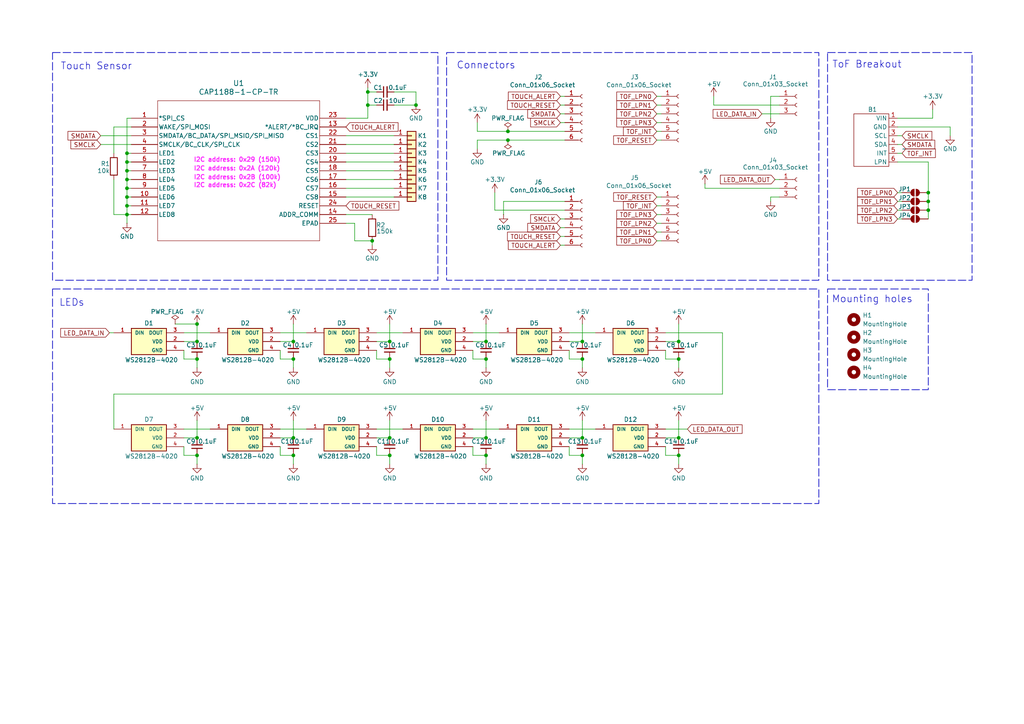
<source format=kicad_sch>
(kicad_sch (version 20250114) (generator "eeschema") (generator_version "9.0")
  (paper "A4")
  (rectangle (start 129.54 15.24) (end 237.49 81.28) (stroke (width 0.2032) (type dash)))
  (rectangle (start 15.24 15.24) (end 127 81.28) (stroke (width 0.2032) (type dash)))
  (rectangle (start 240.03 83.82) (end 269.24 113.03) (stroke (width 0.2032) (type dash)))
  (rectangle (start 240.03 15.24) (end 281.94 81.28) (stroke (width 0.2032) (type dash)))
  (rectangle (start 15.24 83.82) (end 237.49 146.05) (stroke (width 0.2032) (type dash)))
  (text "ToF Breakout" (at 251.46 18.796 0) (effects (font (size 2.032 2.032))))
  (text "I2C address: 0x2B (100k)" (at 56.134 51.562 0) (effects (font (size 1.27 1.27) (thickness 0.254) (bold yes)) (justify left)))
  (text "I2C address: 0x29 (150k)" (at 56.134 46.482 0) (effects (font (size 1.27 1.27) (thickness 0.254) (bold yes)) (justify left)))
  (text "LEDs" (at 20.828 87.884 0) (effects (font (size 2.032 2.032))))
  (text "Mounting holes" (at 252.984 86.868 0) (effects (font (size 2.032 2.032))))
  (text "Touch Sensor" (at 27.94 19.304 0) (effects (font (size 2.032 2.032))))
  (text "Connectors" (at 140.97 19.05 0) (effects (font (size 2.032 2.032))))
  (text "I2C address: 0x2C (82k)" (at 56.134 53.848 0) (effects (font (size 1.27 1.27) (thickness 0.254) (bold yes)) (justify left)))
  (text "I2C address: 0x2A (120k)" (at 56.134 49.022 0) (effects (font (size 1.27 1.27) (thickness 0.254) (bold yes)) (justify left)))
  (junction (at 140.97 104.14))
  (junction (at 196.85 104.14))
  (junction (at 57.15 132.08))
  (junction (at 113.03 99.06))
  (junction (at 36.83 44.45))
  (junction (at 85.09 99.06))
  (junction (at 57.15 104.14))
  (junction (at 196.85 127))
  (junction (at 113.03 127))
  (junction (at 140.97 99.06))
  (junction (at 106.68 30.48))
  (junction (at 269.24 58.42))
  (junction (at 36.83 57.15))
  (junction (at 57.15 99.06))
  (junction (at 107.95 69.85))
  (junction (at 196.85 132.08))
  (junction (at 113.03 104.14))
  (junction (at 85.09 127))
  (junction (at 147.32 40.64))
  (junction (at 147.32 38.1))
  (junction (at 36.83 49.53))
  (junction (at 85.09 132.08))
  (junction (at 36.83 46.99))
  (junction (at 120.65 30.48))
  (junction (at 85.09 104.14))
  (junction (at 269.24 60.96))
  (junction (at 57.15 127))
  (junction (at 36.83 54.61))
  (junction (at 168.91 132.08))
  (junction (at 36.83 59.69))
  (junction (at 196.85 99.06))
  (junction (at 140.97 127))
  (junction (at 140.97 132.08))
  (junction (at 57.15 93.98))
  (junction (at 168.91 127))
  (junction (at 36.83 52.07))
  (junction (at 168.91 104.14))
  (junction (at 36.83 62.23))
  (junction (at 106.68 26.67))
  (junction (at 269.24 55.88))
  (junction (at 113.03 132.08))
  (junction (at 168.91 99.06))
  (wire (pts (xy 193.04 99.06) (xy 196.85 99.06)))
  (wire (pts (xy 270.51 34.29) (xy 260.35 34.29)))
  (wire (pts (xy 223.52 34.29) (xy 223.52 27.94)))
  (wire (pts (xy 85.09 93.98) (xy 85.09 99.06)))
  (wire (pts (xy 100.33 46.99) (xy 114.3 46.99)))
  (wire (pts (xy 36.83 49.53) (xy 36.83 46.99)))
  (wire (pts (xy 193.04 96.52) (xy 209.55 96.52)))
  (wire (pts (xy 36.83 46.99) (xy 38.1 46.99)))
  (wire (pts (xy 137.16 124.46) (xy 144.78 124.46)))
  (wire (pts (xy 106.68 26.67) (xy 106.68 30.48)))
  (wire (pts (xy 85.09 132.08) (xy 85.09 134.62)))
  (wire (pts (xy 190.5 27.94) (xy 191.77 27.94)))
  (wire (pts (xy 33.02 36.83) (xy 33.02 44.45)))
  (wire (pts (xy 53.34 104.14) (xy 57.15 104.14)))
  (wire (pts (xy 100.33 49.53) (xy 114.3 49.53)))
  (wire (pts (xy 100.33 64.77) (xy 102.87 64.77)))
  (wire (pts (xy 109.22 104.14) (xy 113.03 104.14)))
  (wire (pts (xy 165.1 104.14) (xy 168.91 104.14)))
  (wire (pts (xy 196.85 93.98) (xy 196.85 99.06)))
  (wire (pts (xy 53.34 129.54) (xy 53.34 132.08)))
  (wire (pts (xy 36.83 49.53) (xy 38.1 49.53)))
  (wire (pts (xy 57.15 121.92) (xy 57.15 127)))
  (wire (pts (xy 53.34 99.06) (xy 57.15 99.06)))
  (wire (pts (xy 106.68 30.48) (xy 109.22 30.48)))
  (wire (pts (xy 109.22 129.54) (xy 109.22 132.08)))
  (wire (pts (xy 113.03 121.92) (xy 113.03 127)))
  (wire (pts (xy 260.35 39.37) (xy 261.62 39.37)))
  (wire (pts (xy 260.35 55.88) (xy 261.62 55.88)))
  (wire (pts (xy 36.83 57.15) (xy 36.83 54.61)))
  (wire (pts (xy 138.43 43.18) (xy 138.43 40.64)))
  (wire (pts (xy 36.83 34.29) (xy 38.1 34.29)))
  (wire (pts (xy 190.5 64.77) (xy 191.77 64.77)))
  (wire (pts (xy 106.68 25.4) (xy 106.68 26.67)))
  (wire (pts (xy 36.83 62.23) (xy 38.1 62.23)))
  (wire (pts (xy 162.56 63.5) (xy 163.83 63.5)))
  (wire (pts (xy 190.5 30.48) (xy 191.77 30.48)))
  (wire (pts (xy 190.5 62.23) (xy 191.77 62.23)))
  (wire (pts (xy 190.5 35.56) (xy 191.77 35.56)))
  (wire (pts (xy 165.1 127) (xy 168.91 127)))
  (wire (pts (xy 165.1 96.52) (xy 172.72 96.52)))
  (wire (pts (xy 190.5 67.31) (xy 191.77 67.31)))
  (wire (pts (xy 270.51 31.75) (xy 270.51 34.29)))
  (wire (pts (xy 138.43 35.56) (xy 138.43 38.1)))
  (wire (pts (xy 162.56 27.94) (xy 163.83 27.94)))
  (wire (pts (xy 140.97 104.14) (xy 140.97 106.68)))
  (wire (pts (xy 114.3 30.48) (xy 120.65 30.48)))
  (wire (pts (xy 209.55 96.52) (xy 209.55 114.3)))
  (wire (pts (xy 31.75 96.52) (xy 33.02 96.52)))
  (wire (pts (xy 81.28 96.52) (xy 88.9 96.52)))
  (wire (pts (xy 29.21 39.37) (xy 38.1 39.37)))
  (wire (pts (xy 81.28 99.06) (xy 85.09 99.06)))
  (wire (pts (xy 137.16 101.6) (xy 137.16 104.14)))
  (wire (pts (xy 162.56 35.56) (xy 163.83 35.56)))
  (wire (pts (xy 137.16 96.52) (xy 144.78 96.52)))
  (wire (pts (xy 223.52 27.94) (xy 226.06 27.94)))
  (wire (pts (xy 107.95 71.12) (xy 107.95 69.85)))
  (wire (pts (xy 138.43 38.1) (xy 147.32 38.1)))
  (wire (pts (xy 109.22 101.6) (xy 109.22 104.14)))
  (wire (pts (xy 140.97 121.92) (xy 140.97 127)))
  (wire (pts (xy 193.04 127) (xy 196.85 127)))
  (wire (pts (xy 143.51 60.96) (xy 163.83 60.96)))
  (wire (pts (xy 81.28 124.46) (xy 88.9 124.46)))
  (wire (pts (xy 190.5 38.1) (xy 191.77 38.1)))
  (wire (pts (xy 162.56 71.12) (xy 163.83 71.12)))
  (wire (pts (xy 33.02 52.07) (xy 33.02 62.23)))
  (wire (pts (xy 193.04 129.54) (xy 193.04 132.08)))
  (wire (pts (xy 113.03 104.14) (xy 113.03 106.68)))
  (wire (pts (xy 36.83 34.29) (xy 36.83 44.45)))
  (wire (pts (xy 143.51 55.88) (xy 143.51 60.96)))
  (wire (pts (xy 275.59 36.83) (xy 275.59 39.37)))
  (wire (pts (xy 260.35 60.96) (xy 261.62 60.96)))
  (wire (pts (xy 81.28 101.6) (xy 81.28 104.14)))
  (wire (pts (xy 53.34 96.52) (xy 60.96 96.52)))
  (wire (pts (xy 102.87 69.85) (xy 107.95 69.85)))
  (wire (pts (xy 204.47 54.61) (xy 204.47 53.34)))
  (wire (pts (xy 109.22 124.46) (xy 116.84 124.46)))
  (wire (pts (xy 147.32 38.1) (xy 163.83 38.1)))
  (wire (pts (xy 137.16 127) (xy 140.97 127)))
  (wire (pts (xy 36.83 57.15) (xy 38.1 57.15)))
  (wire (pts (xy 196.85 121.92) (xy 196.85 127)))
  (wire (pts (xy 207.01 30.48) (xy 226.06 30.48)))
  (wire (pts (xy 113.03 93.98) (xy 113.03 99.06)))
  (wire (pts (xy 114.3 26.67) (xy 120.65 26.67)))
  (wire (pts (xy 85.09 121.92) (xy 85.09 127)))
  (wire (pts (xy 106.68 26.67) (xy 109.22 26.67)))
  (wire (pts (xy 269.24 55.88) (xy 269.24 58.42)))
  (wire (pts (xy 193.04 124.46) (xy 199.39 124.46)))
  (wire (pts (xy 81.28 129.54) (xy 81.28 132.08)))
  (wire (pts (xy 193.04 101.6) (xy 193.04 104.14)))
  (wire (pts (xy 137.16 129.54) (xy 137.16 132.08)))
  (wire (pts (xy 36.83 54.61) (xy 36.83 52.07)))
  (wire (pts (xy 190.5 69.85) (xy 191.77 69.85)))
  (wire (pts (xy 165.1 132.08) (xy 168.91 132.08)))
  (wire (pts (xy 113.03 132.08) (xy 113.03 134.62)))
  (wire (pts (xy 36.83 59.69) (xy 36.83 57.15)))
  (wire (pts (xy 165.1 101.6) (xy 165.1 104.14)))
  (wire (pts (xy 100.33 54.61) (xy 114.3 54.61)))
  (wire (pts (xy 137.16 132.08) (xy 140.97 132.08)))
  (wire (pts (xy 168.91 104.14) (xy 168.91 106.68)))
  (wire (pts (xy 100.33 44.45) (xy 114.3 44.45)))
  (wire (pts (xy 190.5 33.02) (xy 191.77 33.02)))
  (wire (pts (xy 109.22 132.08) (xy 113.03 132.08)))
  (wire (pts (xy 165.1 99.06) (xy 168.91 99.06)))
  (wire (pts (xy 196.85 104.14) (xy 196.85 106.68)))
  (wire (pts (xy 207.01 27.94) (xy 207.01 30.48)))
  (wire (pts (xy 137.16 99.06) (xy 140.97 99.06)))
  (wire (pts (xy 209.55 114.3) (xy 33.02 114.3)))
  (wire (pts (xy 165.1 129.54) (xy 165.1 132.08)))
  (wire (pts (xy 269.24 58.42) (xy 269.24 60.96)))
  (wire (pts (xy 100.33 62.23) (xy 107.95 62.23)))
  (wire (pts (xy 53.34 124.46) (xy 60.96 124.46)))
  (wire (pts (xy 109.22 127) (xy 113.03 127)))
  (wire (pts (xy 36.83 52.07) (xy 38.1 52.07)))
  (wire (pts (xy 81.28 104.14) (xy 85.09 104.14)))
  (wire (pts (xy 260.35 46.99) (xy 269.24 46.99)))
  (wire (pts (xy 260.35 41.91) (xy 261.62 41.91)))
  (wire (pts (xy 269.24 46.99) (xy 269.24 55.88)))
  (wire (pts (xy 260.35 63.5) (xy 261.62 63.5)))
  (wire (pts (xy 162.56 30.48) (xy 163.83 30.48)))
  (wire (pts (xy 50.8 93.98) (xy 57.15 93.98)))
  (wire (pts (xy 138.43 40.64) (xy 147.32 40.64)))
  (wire (pts (xy 196.85 132.08) (xy 196.85 134.62)))
  (wire (pts (xy 106.68 30.48) (xy 106.68 34.29)))
  (wire (pts (xy 85.09 104.14) (xy 85.09 106.68)))
  (wire (pts (xy 100.33 41.91) (xy 114.3 41.91)))
  (wire (pts (xy 168.91 93.98) (xy 168.91 99.06)))
  (wire (pts (xy 81.28 132.08) (xy 85.09 132.08)))
  (wire (pts (xy 162.56 66.04) (xy 163.83 66.04)))
  (wire (pts (xy 168.91 121.92) (xy 168.91 127)))
  (wire (pts (xy 33.02 62.23) (xy 36.83 62.23)))
  (wire (pts (xy 260.35 36.83) (xy 275.59 36.83)))
  (wire (pts (xy 190.5 59.69) (xy 191.77 59.69)))
  (wire (pts (xy 36.83 46.99) (xy 36.83 44.45)))
  (wire (pts (xy 165.1 124.46) (xy 172.72 124.46)))
  (wire (pts (xy 100.33 39.37) (xy 114.3 39.37)))
  (wire (pts (xy 168.91 132.08) (xy 168.91 134.62)))
  (wire (pts (xy 36.83 62.23) (xy 36.83 59.69)))
  (wire (pts (xy 109.22 99.06) (xy 113.03 99.06)))
  (wire (pts (xy 190.5 40.64) (xy 191.77 40.64)))
  (wire (pts (xy 33.02 36.83) (xy 38.1 36.83)))
  (wire (pts (xy 193.04 132.08) (xy 196.85 132.08)))
  (wire (pts (xy 137.16 104.14) (xy 140.97 104.14)))
  (wire (pts (xy 57.15 104.14) (xy 57.15 106.68)))
  (wire (pts (xy 190.5 57.15) (xy 191.77 57.15)))
  (wire (pts (xy 36.83 52.07) (xy 36.83 49.53)))
  (wire (pts (xy 36.83 59.69) (xy 38.1 59.69)))
  (wire (pts (xy 260.35 58.42) (xy 261.62 58.42)))
  (wire (pts (xy 100.33 52.07) (xy 114.3 52.07)))
  (wire (pts (xy 36.83 64.77) (xy 36.83 62.23)))
  (wire (pts (xy 204.47 54.61) (xy 226.06 54.61)))
  (wire (pts (xy 193.04 104.14) (xy 196.85 104.14)))
  (wire (pts (xy 223.52 57.15) (xy 226.06 57.15)))
  (wire (pts (xy 162.56 68.58) (xy 163.83 68.58)))
  (wire (pts (xy 147.32 40.64) (xy 163.83 40.64)))
  (wire (pts (xy 33.02 114.3) (xy 33.02 124.46)))
  (wire (pts (xy 57.15 132.08) (xy 57.15 134.62)))
  (wire (pts (xy 81.28 127) (xy 85.09 127)))
  (wire (pts (xy 36.83 44.45) (xy 38.1 44.45)))
  (wire (pts (xy 146.05 58.42) (xy 163.83 58.42)))
  (wire (pts (xy 269.24 60.96) (xy 269.24 63.5)))
  (wire (pts (xy 140.97 93.98) (xy 140.97 99.06)))
  (wire (pts (xy 224.79 52.07) (xy 226.06 52.07)))
  (wire (pts (xy 57.15 93.98) (xy 57.15 99.06)))
  (wire (pts (xy 53.34 101.6) (xy 53.34 104.14)))
  (wire (pts (xy 220.98 33.02) (xy 226.06 33.02)))
  (wire (pts (xy 140.97 132.08) (xy 140.97 134.62)))
  (wire (pts (xy 146.05 62.23) (xy 146.05 58.42)))
  (wire (pts (xy 260.35 44.45) (xy 261.62 44.45)))
  (wire (pts (xy 102.87 64.77) (xy 102.87 69.85)))
  (wire (pts (xy 120.65 26.67) (xy 120.65 30.48)))
  (wire (pts (xy 100.33 34.29) (xy 106.68 34.29)))
  (wire (pts (xy 53.34 127) (xy 57.15 127)))
  (wire (pts (xy 36.83 54.61) (xy 38.1 54.61)))
  (wire (pts (xy 29.21 41.91) (xy 38.1 41.91)))
  (wire (pts (xy 223.52 58.42) (xy 223.52 57.15)))
  (wire (pts (xy 100.33 57.15) (xy 114.3 57.15)))
  (wire (pts (xy 53.34 132.08) (xy 57.15 132.08)))
  (wire (pts (xy 162.56 33.02) (xy 163.83 33.02)))
  (wire (pts (xy 109.22 96.52) (xy 116.84 96.52)))
  (global_label "TOUCH_RESET" (shape input) (at 100.33 59.69 0) (property "Intersheetrefs" "${INTERSHEET_REFS}" (effects (hide yes))))
  (global_label "TOF_LPN1" (shape input) (at 190.5 30.48 180) (property "Intersheetrefs" "${INTERSHEET_REFS}" (effects (hide yes))))
  (global_label "LED_DATA_OUT" (shape input) (at 199.39 124.46 0) (property "Intersheetrefs" "${INTERSHEET_REFS}" (effects (hide yes))))
  (global_label "LED_DATA_IN" (shape input) (at 31.75 96.52 180) (property "Intersheetrefs" "${INTERSHEET_REFS}" (effects (hide yes))))
  (global_label "LED_DATA_OUT" (shape input) (at 224.79 52.07 180) (property "Intersheetrefs" "${INTERSHEET_REFS}" (effects (hide yes))))
  (global_label "TOF_INT" (shape input) (at 190.5 59.69 180) (property "Intersheetrefs" "${INTERSHEET_REFS}" (effects (hide yes))))
  (global_label "TOF_LPN2" (shape input) (at 190.5 64.77 180) (property "Intersheetrefs" "${INTERSHEET_REFS}" (effects (hide yes))))
  (global_label "TOF_INT" (shape input) (at 190.5 38.1 180) (property "Intersheetrefs" "${INTERSHEET_REFS}" (effects (hide yes))))
  (global_label "SMDATA" (shape input) (at 29.21 39.37 180) (property "Intersheetrefs" "${INTERSHEET_REFS}" (effects (hide yes))))
  (global_label "TOF_LPN3" (shape input) (at 190.5 62.23 180) (property "Intersheetrefs" "${INTERSHEET_REFS}" (effects (hide yes))))
  (global_label "TOF_LPN1" (shape input) (at 260.35 58.42 180) (property "Intersheetrefs" "${INTERSHEET_REFS}" (effects (hide yes))))
  (global_label "TOF_RESET" (shape input) (at 190.5 57.15 180) (property "Intersheetrefs" "${INTERSHEET_REFS}" (effects (hide yes))))
  (global_label "TOF_LPN0" (shape input) (at 190.5 27.94 180) (property "Intersheetrefs" "${INTERSHEET_REFS}" (effects (hide yes))))
  (global_label "TOUCH_RESET" (shape input) (at 162.56 68.58 180) (property "Intersheetrefs" "${INTERSHEET_REFS}" (effects (hide yes))))
  (global_label "SMDATA" (shape input) (at 162.56 33.02 180) (property "Intersheetrefs" "${INTERSHEET_REFS}" (effects (hide yes))))
  (global_label "TOUCH_RESET" (shape input) (at 162.56 30.48 180) (property "Intersheetrefs" "${INTERSHEET_REFS}" (effects (hide yes))))
  (global_label "TOUCH_ALERT" (shape input) (at 162.56 27.94 180) (property "Intersheetrefs" "${INTERSHEET_REFS}" (effects (hide yes))))
  (global_label "SMCLK" (shape input) (at 162.56 35.56 180) (property "Intersheetrefs" "${INTERSHEET_REFS}" (effects (hide yes))))
  (global_label "SMCLK" (shape input) (at 261.62 39.37 0) (property "Intersheetrefs" "${INTERSHEET_REFS}" (effects (hide yes))))
  (global_label "TOF_LPN2" (shape input) (at 190.5 33.02 180) (property "Intersheetrefs" "${INTERSHEET_REFS}" (effects (hide yes))))
  (global_label "TOF_LPN3" (shape input) (at 190.5 35.56 180) (property "Intersheetrefs" "${INTERSHEET_REFS}" (effects (hide yes))))
  (global_label "SMCLK" (shape input) (at 29.21 41.91 180) (property "Intersheetrefs" "${INTERSHEET_REFS}" (effects (hide yes))))
  (global_label "TOUCH_ALERT" (shape input) (at 162.56 71.12 180) (property "Intersheetrefs" "${INTERSHEET_REFS}" (effects (hide yes))))
  (global_label "TOF_RESET" (shape input) (at 190.5 40.64 180) (property "Intersheetrefs" "${INTERSHEET_REFS}" (effects (hide yes))))
  (global_label "TOF_LPN2" (shape input) (at 260.35 60.96 180) (property "Intersheetrefs" "${INTERSHEET_REFS}" (effects (hide yes))))
  (global_label "SMDATA" (shape input) (at 261.62 41.91 0) (property "Intersheetrefs" "${INTERSHEET_REFS}" (effects (hide yes))))
  (global_label "TOF_LPN0" (shape input) (at 260.35 55.88 180) (property "Intersheetrefs" "${INTERSHEET_REFS}" (effects (hide yes))))
  (global_label "SMDATA" (shape input) (at 162.56 66.04 180) (property "Intersheetrefs" "${INTERSHEET_REFS}" (effects (hide yes))))
  (global_label "TOF_LPN0" (shape input) (at 190.5 69.85 180) (property "Intersheetrefs" "${INTERSHEET_REFS}" (effects (hide yes))))
  (global_label "TOF_LPN1" (shape input) (at 190.5 67.31 180) (property "Intersheetrefs" "${INTERSHEET_REFS}" (effects (hide yes))))
  (global_label "SMCLK" (shape input) (at 162.56 63.5 180) (property "Intersheetrefs" "${INTERSHEET_REFS}" (effects (hide yes))))
  (global_label "LED_DATA_IN" (shape input) (at 220.98 33.02 180) (property "Intersheetrefs" "${INTERSHEET_REFS}" (effects (hide yes))))
  (global_label "TOF_LPN3" (shape input) (at 260.35 63.5 180) (property "Intersheetrefs" "${INTERSHEET_REFS}" (effects (hide yes))))
  (global_label "TOUCH_ALERT" (shape input) (at 100.33 36.83 0) (property "Intersheetrefs" "${INTERSHEET_REFS}" (effects (hide yes))))
  (global_label "TOF_INT" (shape input) (at 261.62 44.45 0) (property "Intersheetrefs" "${INTERSHEET_REFS}" (effects (hide yes))))
  (symbol (lib_id "Device:C_Small") (at 85.09 129.54 180) (unit 1)
    (property "Reference" "C10" (at 83.312 128.016 0))
    (property "Value" "0.1uF" (at 88.138 128.016 0))
    (property "Footprint" "Capacitor_SMD:C_0805_2012Metric_Pad1.18x1.45mm_HandSolder" (effects (hide yes)))
    (property "Description" "Unpolarized capacitor, small symbol" (effects (hide yes)))
  )
  (symbol (lib_id "WS2812B-4020:WS2812B-4020") (at 185.42 102.87 0) (unit 1)
    (property "Reference" "D6" (at 182.88 93.726 0))
    (property "Value" "WS2812B-4020" (at 183.642 104.394 0))
    (property "Footprint" "WS2812B-4020:LED_WS2812B-4020" (effects (hide yes)))
    (property "MF" "Worldsemi" (effects (hide yes)))
    (property "MAXIMUM_PACKAGE_HEIGHT" "2.05 mm" (effects (hide yes)))
    (property "Package" "Package" (effects (hide yes)))
    (property "Price" "None" (effects (hide yes)))
    (property "Check_prices" "https://www.snapeda.com/parts/WS2812B-4020/Worldsemi/view-part/?ref=eda" (effects (hide yes)))
    (property "STANDARD" "Manufacturer Recommendations" (effects (hide yes)))
    (property "PARTREV" "V1.2" (effects (hide yes)))
    (property "SnapEDA_Link" "https://www.snapeda.com/parts/WS2812B-4020/Worldsemi/view-part/?ref=snap" (effects (hide yes)))
    (property "MP" "WS2812B-4020" (effects (hide yes)))
    (property "Description_1" "\n                        \n                            12mA RGB SMD,2x4mm Light Emitting Diodes\n                        \n" (effects (hide yes)))
    (property "MANUFACTURER" "Worldsemi" (effects (hide yes)))
    (property "Availability" "Not in stock" (effects (hide yes)))
    (property "SNAPEDA_PN" "WS2812B-4020" (effects (hide yes)))
  )
  (symbol (lib_id "Jumper:SolderJumper_2_Open") (at 265.43 60.96 0) (unit 1) (in_bom no)
    (property "Reference" "JP3" (at 262.382 59.944 0))
    (property "Value" "SolderJumper_2_Open" (effects (hide yes)))
    (property "Footprint" "Jumper:SolderJumper-2_P1.3mm_Open_RoundedPad1.0x1.5mm" (effects (hide yes)))
    (property "Description" "Solder Jumper, 2-pole, open" (effects (hide yes)))
  )
  (symbol (lib_id "power:GND") (at 57.15 106.68 0) (unit 1)
    (property "Reference" "#PWR021" (effects (hide yes)))
    (property "Value" "GND" (at 57.15 110.744 0))
    (property "Description" "Power symbol creates a global label with name \"GND\" , ground" (effects (hide yes)))
  )
  (symbol (lib_id "power:GND") (at 275.59 39.37 0) (unit 1)
    (property "Reference" "#PWR07" (effects (hide yes)))
    (property "Value" "GND" (at 275.59 43.18 0))
    (property "Description" "Power symbol creates a global label with name \"GND\" , ground" (effects (hide yes)))
  )
  (symbol (lib_id "power:GND") (at 223.52 58.42 0) (mirror y) (unit 1)
    (property "Reference" "#PWR011" (effects (hide yes)))
    (property "Value" "GND" (at 223.52 62.23 0))
    (property "Description" "Power symbol creates a global label with name \"GND\" , ground" (effects (hide yes)))
  )
  (symbol (lib_id "Device:C_Small") (at 57.15 101.6 180) (unit 1)
    (property "Reference" "C3" (at 55.372 100.076 0))
    (property "Value" "0.1uF" (at 60.198 100.076 0))
    (property "Footprint" "Capacitor_SMD:C_0805_2012Metric_Pad1.18x1.45mm_HandSolder" (effects (hide yes)))
    (property "Description" "Unpolarized capacitor, small symbol" (effects (hide yes)))
  )
  (symbol (lib_id "Device:C_Small") (at 113.03 129.54 180) (unit 1)
    (property "Reference" "C11" (at 111.252 128.016 0))
    (property "Value" "0.1uF" (at 116.078 128.016 0))
    (property "Footprint" "Capacitor_SMD:C_0805_2012Metric_Pad1.18x1.45mm_HandSolder" (effects (hide yes)))
    (property "Description" "Unpolarized capacitor, small symbol" (effects (hide yes)))
  )
  (symbol (lib_id "power:+5V") (at 168.91 121.92 0) (unit 1)
    (property "Reference" "#PWR031" (effects (hide yes)))
    (property "Value" "+5V" (at 168.91 118.364 0))
    (property "Description" "Power symbol creates a global label with name \"+5V\"" (effects (hide yes)))
  )
  (symbol (lib_id "power:+3.3V") (at 106.68 25.4 0) (unit 1)
    (property "Reference" "#PWR01" (effects (hide yes)))
    (property "Value" "+3.3V" (at 106.68 21.59 0))
    (property "Description" "Power symbol creates a global label with name \"+3.3V\"" (effects (hide yes)))
  )
  (symbol (lib_id "Jumper:SolderJumper_2_Open") (at 265.43 55.88 0) (unit 1) (in_bom no)
    (property "Reference" "JP1" (at 262.382 54.864 0))
    (property "Value" "SolderJumper_2_Open" (effects (hide yes)))
    (property "Footprint" "Jumper:SolderJumper-2_P1.3mm_Open_RoundedPad1.0x1.5mm" (effects (hide yes)))
    (property "Description" "Solder Jumper, 2-pole, open" (effects (hide yes)))
  )
  (symbol (lib_id "power:GND") (at 196.85 134.62 0) (unit 1)
    (property "Reference" "#PWR038" (effects (hide yes)))
    (property "Value" "GND" (at 196.85 138.684 0))
    (property "Description" "Power symbol creates a global label with name \"GND\" , ground" (effects (hide yes)))
  )
  (symbol (lib_id "Connector_Generic:Conn_01x01") (at 119.38 49.53 0) (unit 1)
    (property "Reference" "K5" (at 121.158 49.53 0) (effects (justify left)))
    (property "Value" "Conn_01x01" (effects (hide yes)))
    (property "Footprint" "TouchKey:TouchKey_Standard" (effects (hide yes)))
    (property "Description" "Generic connector, single row, 01x01, script generated (kicad-library-utils/schlib/autogen/connector/)" (effects (hide yes)))
  )
  (symbol (lib_id "power:+5V") (at 57.15 121.92 0) (unit 1)
    (property "Reference" "#PWR027" (effects (hide yes)))
    (property "Value" "+5V" (at 57.15 118.364 0))
    (property "Description" "Power symbol creates a global label with name \"+5V\"" (effects (hide yes)))
  )
  (symbol (lib_id "Device:C_Small") (at 113.03 101.6 180) (unit 1)
    (property "Reference" "C5" (at 111.252 100.076 0))
    (property "Value" "0.1uF" (at 116.078 100.076 0))
    (property "Footprint" "Capacitor_SMD:C_0805_2012Metric_Pad1.18x1.45mm_HandSolder" (effects (hide yes)))
    (property "Description" "Unpolarized capacitor, small symbol" (effects (hide yes)))
  )
  (symbol (lib_id "Device:C_Small") (at 140.97 101.6 180) (unit 1)
    (property "Reference" "C6" (at 139.192 100.076 0))
    (property "Value" "0.1uF" (at 144.018 100.076 0))
    (property "Footprint" "Capacitor_SMD:C_0805_2012Metric_Pad1.18x1.45mm_HandSolder" (effects (hide yes)))
    (property "Description" "Unpolarized capacitor, small symbol" (effects (hide yes)))
  )
  (symbol (lib_id "Connector:Conn_01x06_Socket") (at 168.91 33.02 0) (unit 1)
    (property "Reference" "J2" (at 154.94 22.352 0) (effects (justify left)))
    (property "Value" "Conn_01x06_Socket" (at 147.828 24.638 0) (effects (justify left)))
    (property "Footprint" "Connector_JST:JST_GH_SM06B-GHS-TB_1x06-1MP_P1.25mm_Horizontal" (effects (hide yes)))
    (property "Description" "Generic connector, single row, 01x06, script generated" (effects (hide yes)))
  )
  (symbol (lib_id "power:PWR_FLAG") (at 147.32 38.1 0) (unit 1)
    (property "Reference" "#FLG01" (effects (hide yes)))
    (property "Value" "PWR_FLAG" (at 147.32 34.29 0))
    (property "Description" "Special symbol for telling ERC where power comes from" (effects (hide yes)))
  )
  (symbol (lib_id "power:GND") (at 146.05 62.23 0) (unit 1)
    (property "Reference" "#PWR012" (effects (hide yes)))
    (property "Value" "GND" (at 146.05 66.04 0))
    (property "Description" "Power symbol creates a global label with name \"GND\" , ground" (effects (hide yes)))
  )
  (symbol (lib_id "Connector:Conn_01x06_Socket") (at 168.91 63.5 0) (unit 1)
    (property "Reference" "J6" (at 154.94 52.832 0) (effects (justify left)))
    (property "Value" "Conn_01x06_Socket" (at 147.828 55.118 0) (effects (justify left)))
    (property "Footprint" "Connector_JST:JST_GH_SM06B-GHS-TB_1x06-1MP_P1.25mm_Horizontal" (effects (hide yes)))
    (property "Description" "Generic connector, single row, 01x06, script generated" (effects (hide yes)))
  )
  (symbol (lib_id "power:PWR_FLAG") (at 147.32 40.64 180) (unit 1)
    (property "Reference" "#FLG02" (effects (hide yes)))
    (property "Value" "PWR_FLAG" (at 147.574 44.45 0))
    (property "Description" "Special symbol for telling ERC where power comes from" (effects (hide yes)))
  )
  (symbol (lib_id "power:+3.3V") (at 143.51 55.88 0) (unit 1)
    (property "Reference" "#PWR010" (effects (hide yes)))
    (property "Value" "+3.3V" (at 143.51 52.07 0))
    (property "Description" "Power symbol creates a global label with name \"+3.3V\"" (effects (hide yes)))
  )
  (symbol (lib_id "power:GND") (at 138.43 43.18 0) (unit 1)
    (property "Reference" "#PWR08" (effects (hide yes)))
    (property "Value" "GND" (at 138.43 46.99 0))
    (property "Description" "Power symbol creates a global label with name \"GND\" , ground" (effects (hide yes)))
  )
  (symbol (lib_id "WS2812B-4020:WS2812B-4020") (at 45.72 102.87 0) (unit 1)
    (property "Reference" "D1" (at 43.18 93.726 0))
    (property "Value" "WS2812B-4020" (at 43.942 104.394 0))
    (property "Footprint" "WS2812B-4020:LED_WS2812B-4020" (effects (hide yes)))
    (property "MF" "Worldsemi" (effects (hide yes)))
    (property "MAXIMUM_PACKAGE_HEIGHT" "2.05 mm" (effects (hide yes)))
    (property "Package" "Package" (effects (hide yes)))
    (property "Price" "None" (effects (hide yes)))
    (property "Check_prices" "https://www.snapeda.com/parts/WS2812B-4020/Worldsemi/view-part/?ref=eda" (effects (hide yes)))
    (property "STANDARD" "Manufacturer Recommendations" (effects (hide yes)))
    (property "PARTREV" "V1.2" (effects (hide yes)))
    (property "SnapEDA_Link" "https://www.snapeda.com/parts/WS2812B-4020/Worldsemi/view-part/?ref=snap" (effects (hide yes)))
    (property "MP" "WS2812B-4020" (effects (hide yes)))
    (property "Description_1" "\n                        \n                            12mA RGB SMD,2x4mm Light Emitting Diodes\n                        \n" (effects (hide yes)))
    (property "MANUFACTURER" "Worldsemi" (effects (hide yes)))
    (property "Availability" "Not in stock" (effects (hide yes)))
    (property "SNAPEDA_PN" "WS2812B-4020" (effects (hide yes)))
  )
  (symbol (lib_id "WS2812B-4020:WS2812B-4020") (at 185.42 130.81 0) (unit 1)
    (property "Reference" "D12" (at 182.88 121.666 0))
    (property "Value" "WS2812B-4020" (at 183.642 132.334 0))
    (property "Footprint" "WS2812B-4020:LED_WS2812B-4020" (effects (hide yes)))
    (property "MF" "Worldsemi" (effects (hide yes)))
    (property "MAXIMUM_PACKAGE_HEIGHT" "2.05 mm" (effects (hide yes)))
    (property "Package" "Package" (effects (hide yes)))
    (property "Price" "None" (effects (hide yes)))
    (property "Check_prices" "https://www.snapeda.com/parts/WS2812B-4020/Worldsemi/view-part/?ref=eda" (effects (hide yes)))
    (property "STANDARD" "Manufacturer Recommendations" (effects (hide yes)))
    (property "PARTREV" "V1.2" (effects (hide yes)))
    (property "SnapEDA_Link" "https://www.snapeda.com/parts/WS2812B-4020/Worldsemi/view-part/?ref=snap" (effects (hide yes)))
    (property "MP" "WS2812B-4020" (effects (hide yes)))
    (property "Description_1" "\n                        \n                            12mA RGB SMD,2x4mm Light Emitting Diodes\n                        \n" (effects (hide yes)))
    (property "MANUFACTURER" "Worldsemi" (effects (hide yes)))
    (property "Availability" "Not in stock" (effects (hide yes)))
    (property "SNAPEDA_PN" "WS2812B-4020" (effects (hide yes)))
  )
  (symbol (lib_id "Mechanical:MountingHole") (at 247.65 92.71 0) (unit 1) (in_bom no)
    (property "Reference" "H1" (at 250.19 91.4399 0) (effects (justify left)))
    (property "Value" "MountingHole" (at 250.19 93.9799 0) (effects (justify left)))
    (property "Footprint" "MountingHole:MountingHole_3.2mm_M3" (effects (hide yes)))
    (property "Description" "Mounting Hole without connection" (effects (hide yes)))
  )
  (symbol (lib_id "WS2812B-4020:WS2812B-4020") (at 73.66 130.81 0) (unit 1)
    (property "Reference" "D8" (at 71.12 121.666 0))
    (property "Value" "WS2812B-4020" (at 71.882 132.334 0))
    (property "Footprint" "WS2812B-4020:LED_WS2812B-4020" (effects (hide yes)))
    (property "MF" "Worldsemi" (effects (hide yes)))
    (property "MAXIMUM_PACKAGE_HEIGHT" "2.05 mm" (effects (hide yes)))
    (property "Package" "Package" (effects (hide yes)))
    (property "Price" "None" (effects (hide yes)))
    (property "Check_prices" "https://www.snapeda.com/parts/WS2812B-4020/Worldsemi/view-part/?ref=eda" (effects (hide yes)))
    (property "STANDARD" "Manufacturer Recommendations" (effects (hide yes)))
    (property "PARTREV" "V1.2" (effects (hide yes)))
    (property "SnapEDA_Link" "https://www.snapeda.com/parts/WS2812B-4020/Worldsemi/view-part/?ref=snap" (effects (hide yes)))
    (property "MP" "WS2812B-4020" (effects (hide yes)))
    (property "Description_1" "\n                        \n                            12mA RGB SMD,2x4mm Light Emitting Diodes\n                        \n" (effects (hide yes)))
    (property "MANUFACTURER" "Worldsemi" (effects (hide yes)))
    (property "Availability" "Not in stock" (effects (hide yes)))
    (property "SNAPEDA_PN" "WS2812B-4020" (effects (hide yes)))
  )
  (symbol (lib_id "Device:C_Small") (at 168.91 129.54 180) (unit 1)
    (property "Reference" "C13" (at 166.624 128.016 0))
    (property "Value" "0.1uF" (at 171.958 128.016 0))
    (property "Footprint" "Capacitor_SMD:C_0805_2012Metric_Pad1.18x1.45mm_HandSolder" (effects (hide yes)))
    (property "Description" "Unpolarized capacitor, small symbol" (effects (hide yes)))
  )
  (symbol (lib_id "Jumper:SolderJumper_2_Open") (at 265.43 63.5 0) (unit 1) (in_bom no)
    (property "Reference" "JP4" (at 262.382 62.484 0))
    (property "Value" "SolderJumper_2_Open" (effects (hide yes)))
    (property "Footprint" "Jumper:SolderJumper-2_P1.3mm_Open_RoundedPad1.0x1.5mm" (effects (hide yes)))
    (property "Description" "Solder Jumper, 2-pole, open" (effects (hide yes)))
  )
  (symbol (lib_id "power:+3.3V") (at 270.51 31.75 0) (unit 1)
    (property "Reference" "#PWR04" (effects (hide yes)))
    (property "Value" "+3.3V" (at 270.51 27.94 0))
    (property "Description" "Power symbol creates a global label with name \"+3.3V\"" (effects (hide yes)))
  )
  (symbol (lib_id "power:PWR_FLAG") (at 50.8 93.98 0) (unit 1)
    (property "Reference" "#FLG03" (effects (hide yes)))
    (property "Value" "PWR_FLAG" (at 48.514 90.424 0))
    (property "Description" "Special symbol for telling ERC where power comes from" (effects (hide yes)))
  )
  (symbol (lib_id "power:+5V") (at 140.97 121.92 0) (unit 1)
    (property "Reference" "#PWR030" (effects (hide yes)))
    (property "Value" "+5V" (at 140.97 118.364 0))
    (property "Description" "Power symbol creates a global label with name \"+5V\"" (effects (hide yes)))
  )
  (symbol (lib_id "Mechanical:MountingHole") (at 247.65 97.79 0) (unit 1) (in_bom no)
    (property "Reference" "H2" (at 250.19 96.5199 0) (effects (justify left)))
    (property "Value" "MountingHole" (at 250.19 99.0599 0) (effects (justify left)))
    (property "Footprint" "MountingHole:MountingHole_3.2mm_M3" (effects (hide yes)))
    (property "Description" "Mounting Hole without connection" (effects (hide yes)))
  )
  (symbol (lib_id "Device:C_Small") (at 196.85 129.54 180) (unit 1)
    (property "Reference" "C14" (at 194.564 128.016 0))
    (property "Value" "0.1uF" (at 199.898 128.016 0))
    (property "Footprint" "Capacitor_SMD:C_0805_2012Metric_Pad1.18x1.45mm_HandSolder" (effects (hide yes)))
    (property "Description" "Unpolarized capacitor, small symbol" (effects (hide yes)))
  )
  (symbol (lib_id "Connector:Conn_01x03_Socket") (at 231.14 30.48 0) (unit 1)
    (property "Reference" "J1" (at 223.012 22.352 0) (effects (justify left)))
    (property "Value" "Conn_01x03_Socket" (at 215.392 24.3839 0) (effects (justify left)))
    (property "Footprint" "Connector_JST:JST_PH_S3B-PH-SM4-TB_1x03-1MP_P2.00mm_Horizontal" (effects (hide yes)))
    (property "Description" "Generic connector, single row, 01x03, script generated" (effects (hide yes)))
  )
  (symbol (lib_id "power:GND") (at 168.91 134.62 0) (unit 1)
    (property "Reference" "#PWR037" (effects (hide yes)))
    (property "Value" "GND" (at 168.91 138.684 0))
    (property "Description" "Power symbol creates a global label with name \"GND\" , ground" (effects (hide yes)))
  )
  (symbol (lib_id "power:+5V") (at 196.85 93.98 0) (unit 1)
    (property "Reference" "#PWR020" (effects (hide yes)))
    (property "Value" "+5V" (at 196.85 90.424 0))
    (property "Description" "Power symbol creates a global label with name \"+5V\"" (effects (hide yes)))
  )
  (symbol (lib_id "WS2812B-4020:WS2812B-4020") (at 129.54 102.87 0) (unit 1)
    (property "Reference" "D4" (at 127 93.726 0))
    (property "Value" "WS2812B-4020" (at 127.762 104.394 0))
    (property "Footprint" "WS2812B-4020:LED_WS2812B-4020" (effects (hide yes)))
    (property "MF" "Worldsemi" (effects (hide yes)))
    (property "MAXIMUM_PACKAGE_HEIGHT" "2.05 mm" (effects (hide yes)))
    (property "Package" "Package" (effects (hide yes)))
    (property "Price" "None" (effects (hide yes)))
    (property "Check_prices" "https://www.snapeda.com/parts/WS2812B-4020/Worldsemi/view-part/?ref=eda" (effects (hide yes)))
    (property "STANDARD" "Manufacturer Recommendations" (effects (hide yes)))
    (property "PARTREV" "V1.2" (effects (hide yes)))
    (property "SnapEDA_Link" "https://www.snapeda.com/parts/WS2812B-4020/Worldsemi/view-part/?ref=snap" (effects (hide yes)))
    (property "MP" "WS2812B-4020" (effects (hide yes)))
    (property "Description_1" "\n                        \n                            12mA RGB SMD,2x4mm Light Emitting Diodes\n                        \n" (effects (hide yes)))
    (property "MANUFACTURER" "Worldsemi" (effects (hide yes)))
    (property "Availability" "Not in stock" (effects (hide yes)))
    (property "SNAPEDA_PN" "WS2812B-4020" (effects (hide yes)))
  )
  (symbol (lib_id "power:GND") (at 113.03 106.68 0) (unit 1)
    (property "Reference" "#PWR023" (effects (hide yes)))
    (property "Value" "GND" (at 113.03 110.744 0))
    (property "Description" "Power symbol creates a global label with name \"GND\" , ground" (effects (hide yes)))
  )
  (symbol (lib_id "Connector:Conn_01x03_Socket") (at 231.14 54.61 0) (unit 1)
    (property "Reference" "J4" (at 223.012 46.482 0) (effects (justify left)))
    (property "Value" "Conn_01x03_Socket" (at 215.392 48.5139 0) (effects (justify left)))
    (property "Footprint" "Connector_JST:JST_PH_S3B-PH-SM4-TB_1x03-1MP_P2.00mm_Horizontal" (effects (hide yes)))
    (property "Description" "Generic connector, single row, 01x03, script generated" (effects (hide yes)))
  )
  (symbol (lib_id "power:+5V") (at 85.09 93.98 0) (unit 1)
    (property "Reference" "#PWR016" (effects (hide yes)))
    (property "Value" "+5V" (at 85.09 90.424 0))
    (property "Description" "Power symbol creates a global label with name \"+5V\"" (effects (hide yes)))
  )
  (symbol (lib_id "CAP1188_1_CP_TR:CAP1188-1-CP-TR") (at 38.1 34.29 0) (unit 1)
    (property "Reference" "U1" (at 69.215 24.13 0) (effects (font (size 1.524 1.524))))
    (property "Value" "CAP1188-1-CP-TR" (at 69.215 26.67 0) (effects (font (size 1.524 1.524))))
    (property "Footprint" "CAP1188_1_CP_TR:QFN24_4X4MC_MCH" (effects (hide yes)))
    (property "Datasheet" "CAP1188-1-CP-TR" (effects (hide yes)))
  )
  (symbol (lib_id "WS2812B-4020:WS2812B-4020") (at 157.48 102.87 0) (unit 1)
    (property "Reference" "D5" (at 154.94 93.726 0))
    (property "Value" "WS2812B-4020" (at 155.702 104.394 0))
    (property "Footprint" "WS2812B-4020:LED_WS2812B-4020" (effects (hide yes)))
    (property "MF" "Worldsemi" (effects (hide yes)))
    (property "MAXIMUM_PACKAGE_HEIGHT" "2.05 mm" (effects (hide yes)))
    (property "Package" "Package" (effects (hide yes)))
    (property "Price" "None" (effects (hide yes)))
    (property "Check_prices" "https://www.snapeda.com/parts/WS2812B-4020/Worldsemi/view-part/?ref=eda" (effects (hide yes)))
    (property "STANDARD" "Manufacturer Recommendations" (effects (hide yes)))
    (property "PARTREV" "V1.2" (effects (hide yes)))
    (property "SnapEDA_Link" "https://www.snapeda.com/parts/WS2812B-4020/Worldsemi/view-part/?ref=snap" (effects (hide yes)))
    (property "MP" "WS2812B-4020" (effects (hide yes)))
    (property "Description_1" "\n                        \n                            12mA RGB SMD,2x4mm Light Emitting Diodes\n                        \n" (effects (hide yes)))
    (property "MANUFACTURER" "Worldsemi" (effects (hide yes)))
    (property "Availability" "Not in stock" (effects (hide yes)))
    (property "SNAPEDA_PN" "WS2812B-4020" (effects (hide yes)))
  )
  (symbol (lib_id "power:+5V") (at 207.01 27.94 0) (unit 1)
    (property "Reference" "#PWR02" (effects (hide yes)))
    (property "Value" "+5V" (at 207.01 24.384 0))
    (property "Description" "Power symbol creates a global label with name \"+5V\"" (effects (hide yes)))
  )
  (symbol (lib_id "Connector_Generic:Conn_01x01") (at 119.38 41.91 0) (unit 1)
    (property "Reference" "K2" (at 121.158 41.91 0) (effects (justify left)))
    (property "Value" "Conn_01x01" (effects (hide yes)))
    (property "Footprint" "TouchKey:TouchKey_Standard" (effects (hide yes)))
    (property "Description" "Generic connector, single row, 01x01, script generated (kicad-library-utils/schlib/autogen/connector/)" (effects (hide yes)))
  )
  (symbol (lib_id "Connector_Generic:Conn_01x01") (at 119.38 52.07 0) (unit 1)
    (property "Reference" "K6" (at 121.158 52.07 0) (effects (justify left)))
    (property "Value" "Conn_01x01" (effects (hide yes)))
    (property "Footprint" "TouchKey:TouchKey_Standard" (effects (hide yes)))
    (property "Description" "Generic connector, single row, 01x01, script generated (kicad-library-utils/schlib/autogen/connector/)" (effects (hide yes)))
  )
  (symbol (lib_id "Connector_Generic:Conn_01x01") (at 119.38 39.37 0) (unit 1)
    (property "Reference" "K1" (at 121.158 39.37 0) (effects (justify left)))
    (property "Value" "Conn_01x01" (effects (hide yes)))
    (property "Footprint" "TouchKey:TouchKey_Standard" (effects (hide yes)))
    (property "Description" "Generic connector, single row, 01x01, script generated (kicad-library-utils/schlib/autogen/connector/)" (effects (hide yes)))
  )
  (symbol (lib_id "Device:C_Small") (at 196.85 101.6 180) (unit 1)
    (property "Reference" "C8" (at 194.564 100.076 0))
    (property "Value" "0.1uF" (at 199.898 100.076 0))
    (property "Footprint" "Capacitor_SMD:C_0805_2012Metric_Pad1.18x1.45mm_HandSolder" (effects (hide yes)))
    (property "Description" "Unpolarized capacitor, small symbol" (effects (hide yes)))
  )
  (symbol (lib_id "WS2812B-4020:WS2812B-4020") (at 101.6 130.81 0) (unit 1)
    (property "Reference" "D9" (at 99.06 121.666 0))
    (property "Value" "WS2812B-4020" (at 99.822 132.334 0))
    (property "Footprint" "WS2812B-4020:LED_WS2812B-4020" (effects (hide yes)))
    (property "MF" "Worldsemi" (effects (hide yes)))
    (property "MAXIMUM_PACKAGE_HEIGHT" "2.05 mm" (effects (hide yes)))
    (property "Package" "Package" (effects (hide yes)))
    (property "Price" "None" (effects (hide yes)))
    (property "Check_prices" "https://www.snapeda.com/parts/WS2812B-4020/Worldsemi/view-part/?ref=eda" (effects (hide yes)))
    (property "STANDARD" "Manufacturer Recommendations" (effects (hide yes)))
    (property "PARTREV" "V1.2" (effects (hide yes)))
    (property "SnapEDA_Link" "https://www.snapeda.com/parts/WS2812B-4020/Worldsemi/view-part/?ref=snap" (effects (hide yes)))
    (property "MP" "WS2812B-4020" (effects (hide yes)))
    (property "Description_1" "\n                        \n                            12mA RGB SMD,2x4mm Light Emitting Diodes\n                        \n" (effects (hide yes)))
    (property "MANUFACTURER" "Worldsemi" (effects (hide yes)))
    (property "Availability" "Not in stock" (effects (hide yes)))
    (property "SNAPEDA_PN" "WS2812B-4020" (effects (hide yes)))
  )
  (symbol (lib_id "Device:C_Small") (at 111.76 30.48 90) (unit 1)
    (property "Reference" "C2" (at 110.998 29.21 90) (effects (justify left)))
    (property "Value" "10uF" (at 117.602 29.21 90) (effects (justify left)))
    (property "Footprint" "Capacitor_SMD:C_0805_2012Metric_Pad1.18x1.45mm_HandSolder" (effects (hide yes)))
    (property "Description" "Unpolarized capacitor, small symbol" (effects (hide yes)))
  )
  (symbol (lib_id "WS2812B-4020:WS2812B-4020") (at 101.6 102.87 0) (unit 1)
    (property "Reference" "D3" (at 99.06 93.726 0))
    (property "Value" "WS2812B-4020" (at 99.822 104.394 0))
    (property "Footprint" "WS2812B-4020:LED_WS2812B-4020" (effects (hide yes)))
    (property "MF" "Worldsemi" (effects (hide yes)))
    (property "MAXIMUM_PACKAGE_HEIGHT" "2.05 mm" (effects (hide yes)))
    (property "Package" "Package" (effects (hide yes)))
    (property "Price" "None" (effects (hide yes)))
    (property "Check_prices" "https://www.snapeda.com/parts/WS2812B-4020/Worldsemi/view-part/?ref=eda" (effects (hide yes)))
    (property "STANDARD" "Manufacturer Recommendations" (effects (hide yes)))
    (property "PARTREV" "V1.2" (effects (hide yes)))
    (property "SnapEDA_Link" "https://www.snapeda.com/parts/WS2812B-4020/Worldsemi/view-part/?ref=snap" (effects (hide yes)))
    (property "MP" "WS2812B-4020" (effects (hide yes)))
    (property "Description_1" "\n                        \n                            12mA RGB SMD,2x4mm Light Emitting Diodes\n                        \n" (effects (hide yes)))
    (property "MANUFACTURER" "Worldsemi" (effects (hide yes)))
    (property "Availability" "Not in stock" (effects (hide yes)))
    (property "SNAPEDA_PN" "WS2812B-4020" (effects (hide yes)))
  )
  (symbol (lib_id "power:+5V") (at 113.03 121.92 0) (unit 1)
    (property "Reference" "#PWR029" (effects (hide yes)))
    (property "Value" "+5V" (at 113.03 118.364 0))
    (property "Description" "Power symbol creates a global label with name \"+5V\"" (effects (hide yes)))
  )
  (symbol (lib_id "power:GND") (at 113.03 134.62 0) (unit 1)
    (property "Reference" "#PWR035" (effects (hide yes)))
    (property "Value" "GND" (at 113.03 138.684 0))
    (property "Description" "Power symbol creates a global label with name \"GND\" , ground" (effects (hide yes)))
  )
  (symbol (lib_id "VL53L5CX_Breakout:VL53L5CX_Breakout") (at 255.27 36.83 0) (unit 1)
    (property "Reference" "B1" (at 251.714 31.75 0) (effects (justify left)))
    (property "Value" "~" (at 261.62 43.18 0) (effects (justify left)))
    (property "Footprint" "VL53L5CX_Breakout:VL53L5CX_Breakout_Aliexpress" (effects (hide yes)))
  )
  (symbol (lib_id "power:GND") (at 85.09 106.68 0) (unit 1)
    (property "Reference" "#PWR022" (effects (hide yes)))
    (property "Value" "GND" (at 85.09 110.744 0))
    (property "Description" "Power symbol creates a global label with name \"GND\" , ground" (effects (hide yes)))
  )
  (symbol (lib_id "Connector:Conn_01x06_Socket") (at 196.85 62.23 0) (unit 1)
    (property "Reference" "J5" (at 182.88 51.562 0) (effects (justify left)))
    (property "Value" "Conn_01x06_Socket" (at 175.768 53.848 0) (effects (justify left)))
    (property "Footprint" "Connector_JST:JST_GH_SM06B-GHS-TB_1x06-1MP_P1.25mm_Horizontal" (effects (hide yes)))
    (property "Description" "Generic connector, single row, 01x06, script generated" (effects (hide yes)))
  )
  (symbol (lib_id "power:GND") (at 107.95 71.12 0) (unit 1)
    (property "Reference" "#PWR014" (effects (hide yes)))
    (property "Value" "GND" (at 107.95 74.93 0))
    (property "Description" "Power symbol creates a global label with name \"GND\" , ground" (effects (hide yes)))
  )
  (symbol (lib_id "power:+3.3V") (at 138.43 35.56 0) (unit 1)
    (property "Reference" "#PWR06" (effects (hide yes)))
    (property "Value" "+3.3V" (at 138.43 31.75 0))
    (property "Description" "Power symbol creates a global label with name \"+3.3V\"" (effects (hide yes)))
  )
  (symbol (lib_id "power:+5V") (at 204.47 53.34 0) (mirror y) (unit 1)
    (property "Reference" "#PWR09" (effects (hide yes)))
    (property "Value" "+5V" (at 204.47 49.784 0))
    (property "Description" "Power symbol creates a global label with name \"+5V\"" (effects (hide yes)))
  )
  (symbol (lib_id "power:+5V") (at 196.85 121.92 0) (unit 1)
    (property "Reference" "#PWR032" (effects (hide yes)))
    (property "Value" "+5V" (at 196.85 118.364 0))
    (property "Description" "Power symbol creates a global label with name \"+5V\"" (effects (hide yes)))
  )
  (symbol (lib_id "Mechanical:MountingHole") (at 247.65 102.87 0) (unit 1) (in_bom no)
    (property "Reference" "H3" (at 250.19 101.5999 0) (effects (justify left)))
    (property "Value" "MountingHole" (at 250.19 104.1399 0) (effects (justify left)))
    (property "Footprint" "MountingHole:MountingHole_3.2mm_M3" (effects (hide yes)))
    (property "Description" "Mounting Hole without connection" (effects (hide yes)))
  )
  (symbol (lib_id "power:GND") (at 140.97 134.62 0) (unit 1)
    (property "Reference" "#PWR036" (effects (hide yes)))
    (property "Value" "GND" (at 140.97 138.684 0))
    (property "Description" "Power symbol creates a global label with name \"GND\" , ground" (effects (hide yes)))
  )
  (symbol (lib_id "Connector:Conn_01x06_Socket") (at 196.85 33.02 0) (unit 1)
    (property "Reference" "J3" (at 182.88 22.352 0) (effects (justify left)))
    (property "Value" "Conn_01x06_Socket" (at 175.768 24.638 0) (effects (justify left)))
    (property "Footprint" "Connector_JST:JST_GH_SM06B-GHS-TB_1x06-1MP_P1.25mm_Horizontal" (effects (hide yes)))
    (property "Description" "Generic connector, single row, 01x06, script generated" (effects (hide yes)))
  )
  (symbol (lib_id "Connector_Generic:Conn_01x01") (at 119.38 46.99 0) (unit 1)
    (property "Reference" "K4" (at 121.158 46.99 0) (effects (justify left)))
    (property "Value" "Conn_01x01" (effects (hide yes)))
    (property "Footprint" "TouchKey:TouchKey_Standard" (effects (hide yes)))
    (property "Description" "Generic connector, single row, 01x01, script generated (kicad-library-utils/schlib/autogen/connector/)" (effects (hide yes)))
  )
  (symbol (lib_id "WS2812B-4020:WS2812B-4020") (at 157.48 130.81 0) (unit 1)
    (property "Reference" "D11" (at 154.94 121.666 0))
    (property "Value" "WS2812B-4020" (at 155.702 132.334 0))
    (property "Footprint" "WS2812B-4020:LED_WS2812B-4020" (effects (hide yes)))
    (property "MF" "Worldsemi" (effects (hide yes)))
    (property "MAXIMUM_PACKAGE_HEIGHT" "2.05 mm" (effects (hide yes)))
    (property "Package" "Package" (effects (hide yes)))
    (property "Price" "None" (effects (hide yes)))
    (property "Check_prices" "https://www.snapeda.com/parts/WS2812B-4020/Worldsemi/view-part/?ref=eda" (effects (hide yes)))
    (property "STANDARD" "Manufacturer Recommendations" (effects (hide yes)))
    (property "PARTREV" "V1.2" (effects (hide yes)))
    (property "SnapEDA_Link" "https://www.snapeda.com/parts/WS2812B-4020/Worldsemi/view-part/?ref=snap" (effects (hide yes)))
    (property "MP" "WS2812B-4020" (effects (hide yes)))
    (property "Description_1" "\n                        \n                            12mA RGB SMD,2x4mm Light Emitting Diodes\n                        \n" (effects (hide yes)))
    (property "MANUFACTURER" "Worldsemi" (effects (hide yes)))
    (property "Availability" "Not in stock" (effects (hide yes)))
    (property "SNAPEDA_PN" "WS2812B-4020" (effects (hide yes)))
  )
  (symbol (lib_id "power:GND") (at 140.97 106.68 0) (unit 1)
    (property "Reference" "#PWR024" (effects (hide yes)))
    (property "Value" "GND" (at 140.97 110.744 0))
    (property "Description" "Power symbol creates a global label with name \"GND\" , ground" (effects (hide yes)))
  )
  (symbol (lib_id "power:+5V") (at 113.03 93.98 0) (unit 1)
    (property "Reference" "#PWR017" (effects (hide yes)))
    (property "Value" "+5V" (at 113.03 90.424 0))
    (property "Description" "Power symbol creates a global label with name \"+5V\"" (effects (hide yes)))
  )
  (symbol (lib_id "power:+5V") (at 85.09 121.92 0) (unit 1)
    (property "Reference" "#PWR028" (effects (hide yes)))
    (property "Value" "+5V" (at 85.09 118.364 0))
    (property "Description" "Power symbol creates a global label with name \"+5V\"" (effects (hide yes)))
  )
  (symbol (lib_id "WS2812B-4020:WS2812B-4020") (at 45.72 130.81 0) (unit 1)
    (property "Reference" "D7" (at 43.18 121.666 0))
    (property "Value" "WS2812B-4020" (at 43.942 132.334 0))
    (property "Footprint" "WS2812B-4020:LED_WS2812B-4020" (effects (hide yes)))
    (property "MF" "Worldsemi" (effects (hide yes)))
    (property "MAXIMUM_PACKAGE_HEIGHT" "2.05 mm" (effects (hide yes)))
    (property "Package" "Package" (effects (hide yes)))
    (property "Price" "None" (effects (hide yes)))
    (property "Check_prices" "https://www.snapeda.com/parts/WS2812B-4020/Worldsemi/view-part/?ref=eda" (effects (hide yes)))
    (property "STANDARD" "Manufacturer Recommendations" (effects (hide yes)))
    (property "PARTREV" "V1.2" (effects (hide yes)))
    (property "SnapEDA_Link" "https://www.snapeda.com/parts/WS2812B-4020/Worldsemi/view-part/?ref=snap" (effects (hide yes)))
    (property "MP" "WS2812B-4020" (effects (hide yes)))
    (property "Description_1" "\n                        \n                            12mA RGB SMD,2x4mm Light Emitting Diodes\n                        \n" (effects (hide yes)))
    (property "MANUFACTURER" "Worldsemi" (effects (hide yes)))
    (property "Availability" "Not in stock" (effects (hide yes)))
    (property "SNAPEDA_PN" "WS2812B-4020" (effects (hide yes)))
  )
  (symbol (lib_id "Device:R") (at 107.95 66.04 0) (unit 1)
    (property "Reference" "R2" (at 111.76 65.278 0) (effects (justify right)))
    (property "Value" "150k" (at 114.046 67.056 0) (effects (justify right)))
    (property "Footprint" "Resistor_SMD:R_0805_2012Metric_Pad1.20x1.40mm_HandSolder" (effects (hide yes)))
    (property "Description" "Resistor" (effects (hide yes)))
    (property "i2c_0x2A" "120k" (effects (hide yes)))
    (property "i2c_0x2B" "100k" (effects (hide yes)))
    (property "i2c_0x2C" "82k" (effects (hide yes)))
  )
  (symbol (lib_id "power:GND") (at 36.83 64.77 0) (unit 1)
    (property "Reference" "#PWR013" (effects (hide yes)))
    (property "Value" "GND" (at 36.83 68.58 0))
    (property "Description" "Power symbol creates a global label with name \"GND\" , ground" (effects (hide yes)))
  )
  (symbol (lib_id "WS2812B-4020:WS2812B-4020") (at 129.54 130.81 0) (unit 1)
    (property "Reference" "D10" (at 127 121.666 0))
    (property "Value" "WS2812B-4020" (at 127.762 132.334 0))
    (property "Footprint" "WS2812B-4020:LED_WS2812B-4020" (effects (hide yes)))
    (property "MF" "Worldsemi" (effects (hide yes)))
    (property "MAXIMUM_PACKAGE_HEIGHT" "2.05 mm" (effects (hide yes)))
    (property "Package" "Package" (effects (hide yes)))
    (property "Price" "None" (effects (hide yes)))
    (property "Check_prices" "https://www.snapeda.com/parts/WS2812B-4020/Worldsemi/view-part/?ref=eda" (effects (hide yes)))
    (property "STANDARD" "Manufacturer Recommendations" (effects (hide yes)))
    (property "PARTREV" "V1.2" (effects (hide yes)))
    (property "SnapEDA_Link" "https://www.snapeda.com/parts/WS2812B-4020/Worldsemi/view-part/?ref=snap" (effects (hide yes)))
    (property "MP" "WS2812B-4020" (effects (hide yes)))
    (property "Description_1" "\n                        \n                            12mA RGB SMD,2x4mm Light Emitting Diodes\n                        \n" (effects (hide yes)))
    (property "MANUFACTURER" "Worldsemi" (effects (hide yes)))
    (property "Availability" "Not in stock" (effects (hide yes)))
    (property "SNAPEDA_PN" "WS2812B-4020" (effects (hide yes)))
  )
  (symbol (lib_id "Device:C_Small") (at 168.91 101.6 180) (unit 1)
    (property "Reference" "C7" (at 166.624 100.076 0))
    (property "Value" "0.1uF" (at 171.958 100.076 0))
    (property "Footprint" "Capacitor_SMD:C_0805_2012Metric_Pad1.18x1.45mm_HandSolder" (effects (hide yes)))
    (property "Description" "Unpolarized capacitor, small symbol" (effects (hide yes)))
  )
  (symbol (lib_id "Jumper:SolderJumper_2_Open") (at 265.43 58.42 0) (unit 1) (in_bom no)
    (property "Reference" "JP2" (at 262.382 57.404 0))
    (property "Value" "SolderJumper_2_Open" (effects (hide yes)))
    (property "Footprint" "Jumper:SolderJumper-2_P1.3mm_Open_RoundedPad1.0x1.5mm" (effects (hide yes)))
    (property "Description" "Solder Jumper, 2-pole, open" (effects (hide yes)))
  )
  (symbol (lib_id "Mechanical:MountingHole") (at 247.65 107.95 0) (unit 1) (in_bom no)
    (property "Reference" "H4" (at 250.19 106.6799 0) (effects (justify left)))
    (property "Value" "MountingHole" (at 250.19 109.2199 0) (effects (justify left)))
    (property "Footprint" "MountingHole:MountingHole_3.2mm_M3" (effects (hide yes)))
    (property "Description" "Mounting Hole without connection" (effects (hide yes)))
  )
  (symbol (lib_id "power:GND") (at 168.91 106.68 0) (unit 1)
    (property "Reference" "#PWR025" (effects (hide yes)))
    (property "Value" "GND" (at 168.91 110.744 0))
    (property "Description" "Power symbol creates a global label with name \"GND\" , ground" (effects (hide yes)))
  )
  (symbol (lib_id "Device:C_Small") (at 85.09 101.6 180) (unit 1)
    (property "Reference" "C4" (at 83.312 100.076 0))
    (property "Value" "0.1uF" (at 88.138 100.076 0))
    (property "Footprint" "Capacitor_SMD:C_0805_2012Metric_Pad1.18x1.45mm_HandSolder" (effects (hide yes)))
    (property "Description" "Unpolarized capacitor, small symbol" (effects (hide yes)))
  )
  (symbol (lib_id "WS2812B-4020:WS2812B-4020") (at 73.66 102.87 0) (unit 1)
    (property "Reference" "D2" (at 71.12 93.726 0))
    (property "Value" "WS2812B-4020" (at 71.882 104.394 0))
    (property "Footprint" "WS2812B-4020:LED_WS2812B-4020" (effects (hide yes)))
    (property "MF" "Worldsemi" (effects (hide yes)))
    (property "MAXIMUM_PACKAGE_HEIGHT" "2.05 mm" (effects (hide yes)))
    (property "Package" "Package" (effects (hide yes)))
    (property "Price" "None" (effects (hide yes)))
    (property "Check_prices" "https://www.snapeda.com/parts/WS2812B-4020/Worldsemi/view-part/?ref=eda" (effects (hide yes)))
    (property "STANDARD" "Manufacturer Recommendations" (effects (hide yes)))
    (property "PARTREV" "V1.2" (effects (hide yes)))
    (property "SnapEDA_Link" "https://www.snapeda.com/parts/WS2812B-4020/Worldsemi/view-part/?ref=snap" (effects (hide yes)))
    (property "MP" "WS2812B-4020" (effects (hide yes)))
    (property "Description_1" "\n                        \n                            12mA RGB SMD,2x4mm Light Emitting Diodes\n                        \n" (effects (hide yes)))
    (property "MANUFACTURER" "Worldsemi" (effects (hide yes)))
    (property "Availability" "Not in stock" (effects (hide yes)))
    (property "SNAPEDA_PN" "WS2812B-4020" (effects (hide yes)))
  )
  (symbol (lib_id "Device:C_Small") (at 57.15 129.54 180) (unit 1)
    (property "Reference" "C9" (at 55.372 128.016 0))
    (property "Value" "0.1uF" (at 60.198 128.016 0))
    (property "Footprint" "Capacitor_SMD:C_0805_2012Metric_Pad1.18x1.45mm_HandSolder" (effects (hide yes)))
    (property "Description" "Unpolarized capacitor, small symbol" (effects (hide yes)))
  )
  (symbol (lib_id "power:GND") (at 120.65 30.48 0) (mirror y) (unit 1)
    (property "Reference" "#PWR03" (effects (hide yes)))
    (property "Value" "GND" (at 120.65 34.29 0))
    (property "Description" "Power symbol creates a global label with name \"GND\" , ground" (effects (hide yes)))
  )
  (symbol (lib_id "power:+5V") (at 168.91 93.98 0) (unit 1)
    (property "Reference" "#PWR019" (effects (hide yes)))
    (property "Value" "+5V" (at 168.91 90.424 0))
    (property "Description" "Power symbol creates a global label with name \"+5V\"" (effects (hide yes)))
  )
  (symbol (lib_id "power:GND") (at 85.09 134.62 0) (unit 1)
    (property "Reference" "#PWR034" (effects (hide yes)))
    (property "Value" "GND" (at 85.09 138.684 0))
    (property "Description" "Power symbol creates a global label with name \"GND\" , ground" (effects (hide yes)))
  )
  (symbol (lib_id "power:+5V") (at 57.15 93.98 0) (unit 1)
    (property "Reference" "#PWR015" (effects (hide yes)))
    (property "Value" "+5V" (at 57.15 90.424 0))
    (property "Description" "Power symbol creates a global label with name \"+5V\"" (effects (hide yes)))
  )
  (symbol (lib_id "power:GND") (at 57.15 134.62 0) (unit 1)
    (property "Reference" "#PWR033" (effects (hide yes)))
    (property "Value" "GND" (at 57.15 138.684 0))
    (property "Description" "Power symbol creates a global label with name \"GND\" , ground" (effects (hide yes)))
  )
  (symbol (lib_id "power:+5V") (at 140.97 93.98 0) (unit 1)
    (property "Reference" "#PWR018" (effects (hide yes)))
    (property "Value" "+5V" (at 140.97 90.424 0))
    (property "Description" "Power symbol creates a global label with name \"+5V\"" (effects (hide yes)))
  )
  (symbol (lib_id "Device:C_Small") (at 111.76 26.67 90) (unit 1)
    (property "Reference" "C1" (at 110.998 25.4 90) (effects (justify left)))
    (property "Value" "0.1uF" (at 118.11 25.4 90) (effects (justify left)))
    (property "Footprint" "Capacitor_SMD:C_0805_2012Metric_Pad1.18x1.45mm_HandSolder" (effects (hide yes)))
    (property "Description" "Unpolarized capacitor, small symbol" (effects (hide yes)))
  )
  (symbol (lib_id "power:GND") (at 223.52 34.29 0) (unit 1)
    (property "Reference" "#PWR05" (effects (hide yes)))
    (property "Value" "GND" (at 223.52 38.1 0))
    (property "Description" "Power symbol creates a global label with name \"GND\" , ground" (effects (hide yes)))
  )
  (symbol (lib_id "Device:C_Small") (at 140.97 129.54 180) (unit 1)
    (property "Reference" "C12" (at 138.684 128.016 0))
    (property "Value" "0.1uF" (at 144.018 128.016 0))
    (property "Footprint" "Capacitor_SMD:C_0805_2012Metric_Pad1.18x1.45mm_HandSolder" (effects (hide yes)))
    (property "Description" "Unpolarized capacitor, small symbol" (effects (hide yes)))
  )
  (symbol (lib_id "Device:R") (at 33.02 48.26 180) (unit 1)
    (property "Reference" "R1" (at 29.21 47.498 0) (effects (justify right)))
    (property "Value" "10k" (at 28.194 49.53 0) (effects (justify right)))
    (property "Footprint" "Resistor_SMD:R_0805_2012Metric_Pad1.20x1.40mm_HandSolder" (effects (hide yes)))
    (property "Description" "Resistor" (effects (hide yes)))
  )
  (symbol (lib_id "Connector_Generic:Conn_01x01") (at 119.38 44.45 0) (unit 1)
    (property "Reference" "K3" (at 121.158 44.45 0) (effects (justify left)))
    (property "Value" "Conn_01x01" (effects (hide yes)))
    (property "Footprint" "TouchKey:TouchKey_Standard" (effects (hide yes)))
    (property "Description" "Generic connector, single row, 01x01, script generated (kicad-library-utils/schlib/autogen/connector/)" (effects (hide yes)))
  )
  (symbol (lib_id "Connector_Generic:Conn_01x01") (at 119.38 57.15 0) (unit 1)
    (property "Reference" "K8" (at 121.158 57.15 0) (effects (justify left)))
    (property "Value" "Conn_01x01" (effects (hide yes)))
    (property "Footprint" "TouchKey:TouchKey_Standard" (effects (hide yes)))
    (property "Description" "Generic connector, single row, 01x01, script generated (kicad-library-utils/schlib/autogen/connector/)" (effects (hide yes)))
  )
  (symbol (lib_id "power:GND") (at 196.85 106.68 0) (unit 1)
    (property "Reference" "#PWR026" (effects (hide yes)))
    (property "Value" "GND" (at 196.85 110.744 0))
    (property "Description" "Power symbol creates a global label with name \"GND\" , ground" (effects (hide yes)))
  )
  (symbol (lib_id "Connector_Generic:Conn_01x01") (at 119.38 54.61 0) (unit 1)
    (property "Reference" "K7" (at 121.158 54.61 0) (effects (justify left)))
    (property "Value" "Conn_01x01" (effects (hide yes)))
    (property "Footprint" "TouchKey:TouchKey_Standard" (effects (hide yes)))
    (property "Description" "Generic connector, single row, 01x01, script generated (kicad-library-utils/schlib/autogen/connector/)" (effects (hide yes)))
  )
)
</source>
